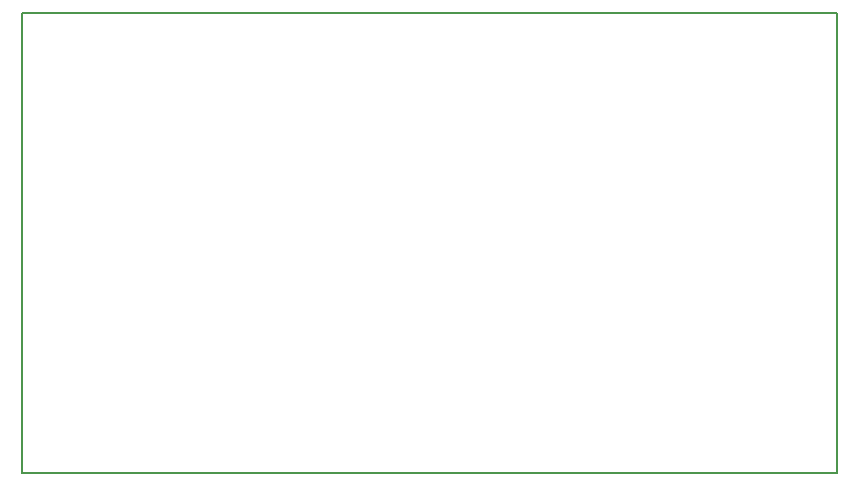
<source format=gbr>
%TF.GenerationSoftware,KiCad,Pcbnew,8.0.1*%
%TF.CreationDate,2024-04-27T11:46:24+02:00*%
%TF.ProjectId,driver_v2,64726976-6572-45f7-9632-2e6b69636164,rev?*%
%TF.SameCoordinates,Original*%
%TF.FileFunction,Profile,NP*%
%FSLAX46Y46*%
G04 Gerber Fmt 4.6, Leading zero omitted, Abs format (unit mm)*
G04 Created by KiCad (PCBNEW 8.0.1) date 2024-04-27 11:46:24*
%MOMM*%
%LPD*%
G01*
G04 APERTURE LIST*
%TA.AperFunction,Profile*%
%ADD10C,0.200000*%
%TD*%
G04 APERTURE END LIST*
D10*
X104000000Y-58500000D02*
X173000000Y-58500000D01*
X173000000Y-97500000D01*
X104000000Y-97500000D01*
X104000000Y-58500000D01*
M02*

</source>
